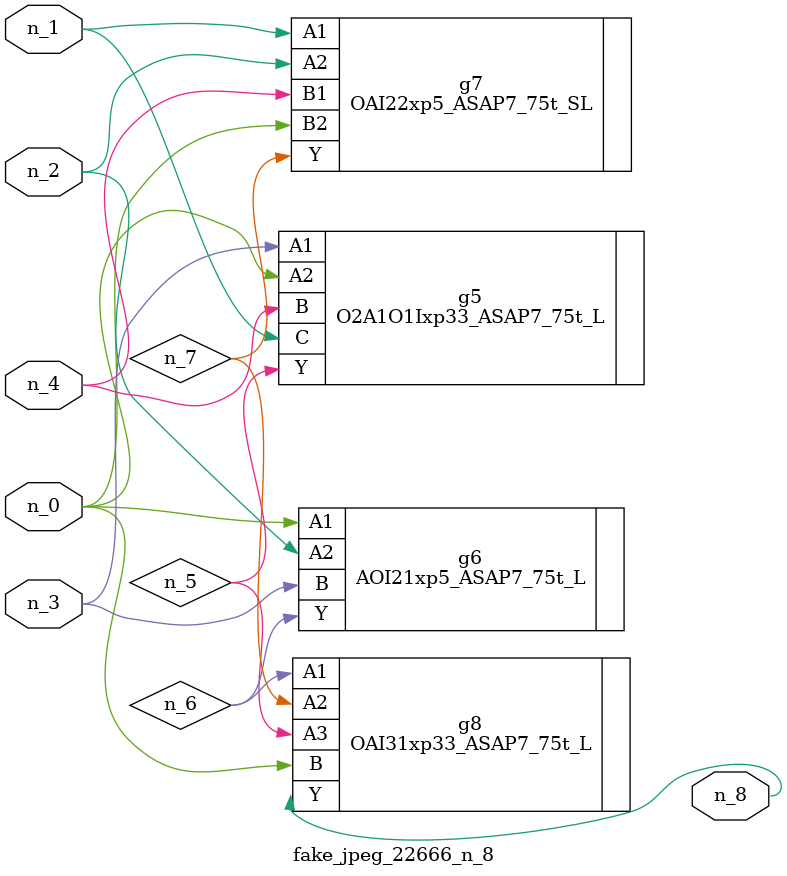
<source format=v>
module fake_jpeg_22666_n_8 (n_3, n_2, n_1, n_0, n_4, n_8);

input n_3;
input n_2;
input n_1;
input n_0;
input n_4;

output n_8;

wire n_6;
wire n_5;
wire n_7;

O2A1O1Ixp33_ASAP7_75t_L g5 ( 
.A1(n_3),
.A2(n_0),
.B(n_4),
.C(n_1),
.Y(n_5)
);

AOI21xp5_ASAP7_75t_L g6 ( 
.A1(n_0),
.A2(n_2),
.B(n_3),
.Y(n_6)
);

OAI22xp5_ASAP7_75t_SL g7 ( 
.A1(n_1),
.A2(n_2),
.B1(n_4),
.B2(n_0),
.Y(n_7)
);

OAI31xp33_ASAP7_75t_L g8 ( 
.A1(n_6),
.A2(n_7),
.A3(n_5),
.B(n_0),
.Y(n_8)
);


endmodule
</source>
